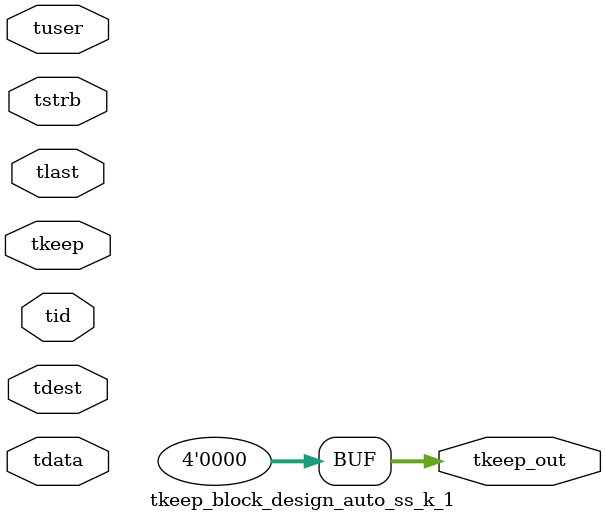
<source format=v>


`timescale 1ps/1ps

module tkeep_block_design_auto_ss_k_1 #
(
parameter C_S_AXIS_TDATA_WIDTH = 32,
parameter C_S_AXIS_TUSER_WIDTH = 0,
parameter C_S_AXIS_TID_WIDTH   = 0,
parameter C_S_AXIS_TDEST_WIDTH = 0,
parameter C_M_AXIS_TDATA_WIDTH = 32
)
(
input  [(C_S_AXIS_TDATA_WIDTH == 0 ? 1 : C_S_AXIS_TDATA_WIDTH)-1:0     ] tdata,
input  [(C_S_AXIS_TUSER_WIDTH == 0 ? 1 : C_S_AXIS_TUSER_WIDTH)-1:0     ] tuser,
input  [(C_S_AXIS_TID_WIDTH   == 0 ? 1 : C_S_AXIS_TID_WIDTH)-1:0       ] tid,
input  [(C_S_AXIS_TDEST_WIDTH == 0 ? 1 : C_S_AXIS_TDEST_WIDTH)-1:0     ] tdest,
input  [(C_S_AXIS_TDATA_WIDTH/8)-1:0 ] tkeep,
input  [(C_S_AXIS_TDATA_WIDTH/8)-1:0 ] tstrb,
input                                                                    tlast,
output [(C_M_AXIS_TDATA_WIDTH/8)-1:0 ] tkeep_out
);

assign tkeep_out = {1'b0};

endmodule


</source>
